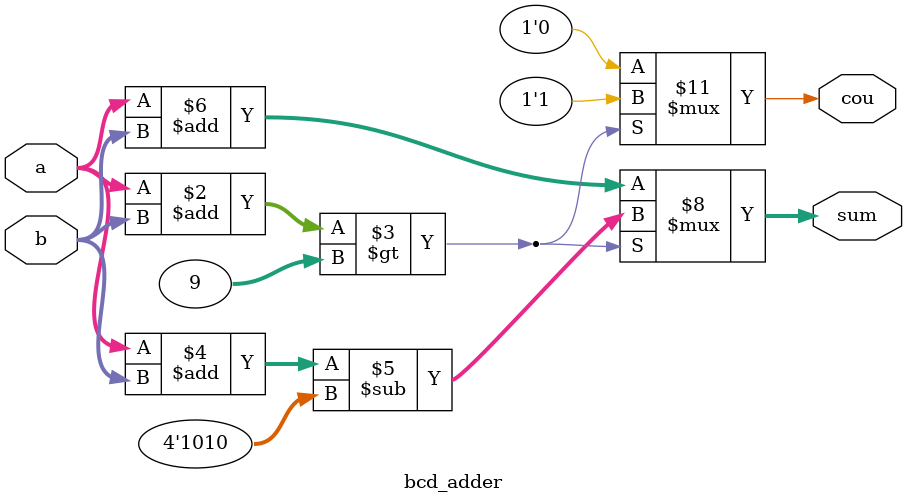
<source format=v>
`include "global_define.v"

module bcd_adder(
    input wire[3:0] a,
    input wire[3:0] b,
    output reg[3:0] sum,
    output reg cou
);

always @(a, b) begin
    if (a + b > 9) begin
        cou <= 1'b1;
        sum <= (a + b - 4'd10);
    end
    else begin
        cou <= 1'b0;
        sum <= a + b;
    end
end

endmodule
</source>
